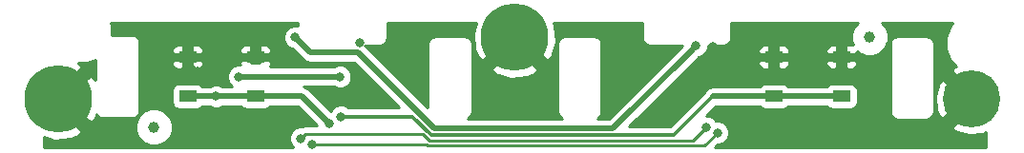
<source format=gbr>
G04 #@! TF.FileFunction,Copper,L2,Bot,Signal*
%FSLAX46Y46*%
G04 Gerber Fmt 4.6, Leading zero omitted, Abs format (unit mm)*
G04 Created by KiCad (PCBNEW no-vcs-found-undefined) date Tue Nov  8 14:46:29 2016*
%MOMM*%
%LPD*%
G01*
G04 APERTURE LIST*
%ADD10C,0.600000*%
%ADD11C,0.550000*%
%ADD12C,5.080000*%
%ADD13C,6.000000*%
%ADD14C,1.000000*%
%ADD15R,1.524000X1.000000*%
%ADD16C,0.800000*%
%ADD17C,0.304800*%
%ADD18C,0.508000*%
%ADD19C,0.228600*%
%ADD20C,0.250000*%
%ADD21C,0.254000*%
G04 APERTURE END LIST*
D10*
D11*
X94900000Y-74300000D03*
X95700000Y-74300000D03*
X106000000Y-80600000D03*
X106800000Y-80600000D03*
X96800000Y-81700000D03*
X97600000Y-81700000D03*
X128800000Y-77500000D03*
X129600000Y-77500000D03*
X128000000Y-77500000D03*
D12*
X158000000Y-80000000D03*
D11*
X151250000Y-83000000D03*
X152250000Y-83000000D03*
D13*
X117500000Y-74500000D03*
X77000000Y-80000000D03*
D14*
X149000000Y-74500000D03*
X85500000Y-82500000D03*
D15*
X88500000Y-79750000D03*
X88500000Y-76250000D03*
X94500000Y-76250000D03*
X94500000Y-79750000D03*
X140500000Y-79750000D03*
X140500000Y-76250000D03*
X146500000Y-76250000D03*
X146500000Y-79750000D03*
D11*
X153250000Y-83000000D03*
X127200000Y-77500000D03*
D16*
X102091528Y-81559570D03*
X102000000Y-78000000D03*
X93000000Y-78000000D03*
X135088658Y-75355116D03*
X103750000Y-75000000D03*
X89361000Y-77500000D03*
X101028655Y-82156271D03*
X91000000Y-79750000D03*
X133600000Y-75250000D03*
X98000000Y-74500000D03*
X98500000Y-83500000D03*
X134500000Y-82500000D03*
X99500000Y-84080702D03*
X135500000Y-83000000D03*
D17*
X102657213Y-81559570D02*
X102091528Y-81559570D01*
X108451976Y-81559570D02*
X102657213Y-81559570D01*
X131625534Y-83233374D02*
X110125780Y-83233374D01*
X135108908Y-79750000D02*
X131625534Y-83233374D01*
X110125780Y-83233374D02*
X108451976Y-81559570D01*
D18*
X93000000Y-78000000D02*
X102000000Y-78000000D01*
X140500000Y-79750000D02*
X135108908Y-79750000D01*
X146500000Y-79750000D02*
X145230000Y-79750000D01*
X145230000Y-79750000D02*
X140500000Y-79750000D01*
D17*
X135983542Y-76250000D02*
X135488657Y-75755115D01*
X140500000Y-76250000D02*
X135983542Y-76250000D01*
X135488657Y-75755115D02*
X135088658Y-75355116D01*
D18*
X88500000Y-76250000D02*
X94500000Y-76250000D01*
X140500000Y-76250000D02*
X141770000Y-76250000D01*
X141770000Y-76250000D02*
X146500000Y-76250000D01*
D19*
X88500000Y-76250000D02*
X88500000Y-76639000D01*
X88500000Y-76639000D02*
X89361000Y-77500000D01*
D18*
X98622384Y-79750000D02*
X100628656Y-81756272D01*
X100628656Y-81756272D02*
X101028655Y-82156271D01*
X94500000Y-79750000D02*
X98622384Y-79750000D01*
X88500000Y-79750000D02*
X94500000Y-79750000D01*
D19*
X89490600Y-79750000D02*
X91000000Y-79750000D01*
X91000000Y-79750000D02*
X94500000Y-79750000D01*
X88500000Y-79750000D02*
X89490600Y-79750000D01*
D18*
X133200001Y-75649999D02*
X133600000Y-75250000D01*
X110376964Y-82626964D02*
X126223036Y-82626964D01*
X126223036Y-82626964D02*
X133200001Y-75649999D01*
X99354001Y-75854001D02*
X103604001Y-75854001D01*
X103604001Y-75854001D02*
X110376964Y-82626964D01*
X98000000Y-74500000D02*
X99354001Y-75854001D01*
D20*
X133289216Y-83710784D02*
X109928030Y-83710784D01*
X109317247Y-83100001D02*
X98899999Y-83100001D01*
X109928030Y-83710784D02*
X109317247Y-83100001D01*
X98899999Y-83100001D02*
X98500000Y-83500000D01*
X134500000Y-82500000D02*
X133289216Y-83710784D01*
X109661538Y-84080702D02*
X100065685Y-84080702D01*
X100065685Y-84080702D02*
X99500000Y-84080702D01*
X134339207Y-84160793D02*
X109741629Y-84160793D01*
X135500000Y-83000000D02*
X134339207Y-84160793D01*
X109741629Y-84160793D02*
X109661538Y-84080702D01*
D21*
G36*
X98290000Y-73499737D02*
X98206777Y-73465180D01*
X97795029Y-73464821D01*
X97414485Y-73622058D01*
X97123081Y-73912954D01*
X96965180Y-74293223D01*
X96964821Y-74704971D01*
X97122058Y-75085515D01*
X97412954Y-75376919D01*
X97766479Y-75523715D01*
X98725383Y-76482619D01*
X99013796Y-76675331D01*
X99354001Y-76743001D01*
X103235765Y-76743001D01*
X107264934Y-80772170D01*
X102767937Y-80772170D01*
X102678574Y-80682651D01*
X102298305Y-80524750D01*
X101886557Y-80524391D01*
X101506013Y-80681628D01*
X101214609Y-80972524D01*
X101181611Y-81051991D01*
X99251002Y-79121382D01*
X98962590Y-78928671D01*
X98763150Y-78889000D01*
X101442048Y-78889000D01*
X101793223Y-79034820D01*
X102204971Y-79035179D01*
X102585515Y-78877942D01*
X102876919Y-78587046D01*
X103034820Y-78206777D01*
X103035179Y-77795029D01*
X102877942Y-77414485D01*
X102587046Y-77123081D01*
X102206777Y-76965180D01*
X101795029Y-76964821D01*
X101441248Y-77111000D01*
X95799026Y-77111000D01*
X95800327Y-77109699D01*
X95897000Y-76876310D01*
X95897000Y-76658750D01*
X95738250Y-76500000D01*
X94881000Y-76500000D01*
X94881000Y-76750000D01*
X94119000Y-76750000D01*
X94119000Y-76500000D01*
X93261750Y-76500000D01*
X93103000Y-76658750D01*
X93103000Y-76876310D01*
X93139787Y-76965122D01*
X92795029Y-76964821D01*
X92414485Y-77122058D01*
X92123081Y-77412954D01*
X91965180Y-77793223D01*
X91964821Y-78204971D01*
X92122058Y-78585515D01*
X92397063Y-78861000D01*
X91557952Y-78861000D01*
X91206777Y-78715180D01*
X90795029Y-78714821D01*
X90441248Y-78861000D01*
X89765786Y-78861000D01*
X89719809Y-78792191D01*
X89509765Y-78651843D01*
X89262000Y-78602560D01*
X87738000Y-78602560D01*
X87490235Y-78651843D01*
X87280191Y-78792191D01*
X87139843Y-79002235D01*
X87090560Y-79250000D01*
X87090560Y-80250000D01*
X87139843Y-80497765D01*
X87280191Y-80707809D01*
X87490235Y-80848157D01*
X87738000Y-80897440D01*
X89262000Y-80897440D01*
X89509765Y-80848157D01*
X89719809Y-80707809D01*
X89765786Y-80639000D01*
X90442048Y-80639000D01*
X90793223Y-80784820D01*
X91204971Y-80785179D01*
X91558752Y-80639000D01*
X93234214Y-80639000D01*
X93280191Y-80707809D01*
X93490235Y-80848157D01*
X93738000Y-80897440D01*
X95262000Y-80897440D01*
X95509765Y-80848157D01*
X95719809Y-80707809D01*
X95765786Y-80639000D01*
X98254148Y-80639000D01*
X99955149Y-82340001D01*
X98899999Y-82340001D01*
X98609160Y-82397853D01*
X98508656Y-82465007D01*
X98295029Y-82464821D01*
X97914485Y-82622058D01*
X97623081Y-82912954D01*
X97465180Y-83293223D01*
X97464821Y-83704971D01*
X97622058Y-84085515D01*
X97826187Y-84290000D01*
X75710000Y-84290000D01*
X75710000Y-83407261D01*
X76636931Y-83688387D01*
X78076052Y-83546566D01*
X78746916Y-83268685D01*
X79123373Y-82841794D01*
X79106959Y-82825379D01*
X83856716Y-82825379D01*
X84106320Y-83429469D01*
X84568100Y-83892055D01*
X85171753Y-84142714D01*
X85825379Y-84143284D01*
X86429469Y-83893680D01*
X86892055Y-83431900D01*
X87142714Y-82828247D01*
X87143284Y-82174621D01*
X86893680Y-81570531D01*
X86431900Y-81107945D01*
X85828247Y-80857286D01*
X85174621Y-80856716D01*
X84570531Y-81106320D01*
X84107945Y-81568100D01*
X83857286Y-82171753D01*
X83856716Y-82825379D01*
X79106959Y-82825379D01*
X77000000Y-80718420D01*
X76985858Y-80732563D01*
X76267438Y-80014143D01*
X76281580Y-80000000D01*
X76267438Y-79985858D01*
X76985858Y-79267437D01*
X77000000Y-79281580D01*
X79123373Y-77158206D01*
X78787041Y-76776815D01*
X79549956Y-76777481D01*
X80290000Y-76471701D01*
X80290000Y-78304543D01*
X80268685Y-78253084D01*
X79841794Y-77876627D01*
X77718420Y-80000000D01*
X79841794Y-82123373D01*
X80268685Y-81746916D01*
X80391342Y-81342489D01*
X80497954Y-81502046D01*
X80728295Y-81655954D01*
X81000000Y-81710000D01*
X83500000Y-81710000D01*
X83771705Y-81655954D01*
X84002046Y-81502046D01*
X84155954Y-81271705D01*
X84210000Y-81000000D01*
X84210000Y-76658750D01*
X87103000Y-76658750D01*
X87103000Y-76876310D01*
X87199673Y-77109699D01*
X87378302Y-77288327D01*
X87611691Y-77385000D01*
X87960250Y-77385000D01*
X88119000Y-77226250D01*
X88119000Y-76500000D01*
X88881000Y-76500000D01*
X88881000Y-77226250D01*
X89039750Y-77385000D01*
X89388309Y-77385000D01*
X89621698Y-77288327D01*
X89800327Y-77109699D01*
X89897000Y-76876310D01*
X89897000Y-76658750D01*
X89738250Y-76500000D01*
X88881000Y-76500000D01*
X88119000Y-76500000D01*
X87261750Y-76500000D01*
X87103000Y-76658750D01*
X84210000Y-76658750D01*
X84210000Y-75623690D01*
X87103000Y-75623690D01*
X87103000Y-75841250D01*
X87261750Y-76000000D01*
X88119000Y-76000000D01*
X88119000Y-75273750D01*
X88881000Y-75273750D01*
X88881000Y-76000000D01*
X89738250Y-76000000D01*
X89897000Y-75841250D01*
X89897000Y-75623690D01*
X93103000Y-75623690D01*
X93103000Y-75841250D01*
X93261750Y-76000000D01*
X94119000Y-76000000D01*
X94119000Y-75273750D01*
X94881000Y-75273750D01*
X94881000Y-76000000D01*
X95738250Y-76000000D01*
X95897000Y-75841250D01*
X95897000Y-75623690D01*
X95800327Y-75390301D01*
X95621698Y-75211673D01*
X95388309Y-75115000D01*
X95039750Y-75115000D01*
X94881000Y-75273750D01*
X94119000Y-75273750D01*
X93960250Y-75115000D01*
X93611691Y-75115000D01*
X93378302Y-75211673D01*
X93199673Y-75390301D01*
X93103000Y-75623690D01*
X89897000Y-75623690D01*
X89800327Y-75390301D01*
X89621698Y-75211673D01*
X89388309Y-75115000D01*
X89039750Y-75115000D01*
X88881000Y-75273750D01*
X88119000Y-75273750D01*
X87960250Y-75115000D01*
X87611691Y-75115000D01*
X87378302Y-75211673D01*
X87199673Y-75390301D01*
X87103000Y-75623690D01*
X84210000Y-75623690D01*
X84210000Y-75000000D01*
X84155954Y-74728295D01*
X84002046Y-74497954D01*
X83771705Y-74344046D01*
X83500000Y-74290000D01*
X81776748Y-74290000D01*
X81777481Y-73450044D01*
X81678297Y-73210000D01*
X98290000Y-73210000D01*
X98290000Y-73499737D01*
X98290000Y-73499737D01*
G37*
X98290000Y-73499737D02*
X98206777Y-73465180D01*
X97795029Y-73464821D01*
X97414485Y-73622058D01*
X97123081Y-73912954D01*
X96965180Y-74293223D01*
X96964821Y-74704971D01*
X97122058Y-75085515D01*
X97412954Y-75376919D01*
X97766479Y-75523715D01*
X98725383Y-76482619D01*
X99013796Y-76675331D01*
X99354001Y-76743001D01*
X103235765Y-76743001D01*
X107264934Y-80772170D01*
X102767937Y-80772170D01*
X102678574Y-80682651D01*
X102298305Y-80524750D01*
X101886557Y-80524391D01*
X101506013Y-80681628D01*
X101214609Y-80972524D01*
X101181611Y-81051991D01*
X99251002Y-79121382D01*
X98962590Y-78928671D01*
X98763150Y-78889000D01*
X101442048Y-78889000D01*
X101793223Y-79034820D01*
X102204971Y-79035179D01*
X102585515Y-78877942D01*
X102876919Y-78587046D01*
X103034820Y-78206777D01*
X103035179Y-77795029D01*
X102877942Y-77414485D01*
X102587046Y-77123081D01*
X102206777Y-76965180D01*
X101795029Y-76964821D01*
X101441248Y-77111000D01*
X95799026Y-77111000D01*
X95800327Y-77109699D01*
X95897000Y-76876310D01*
X95897000Y-76658750D01*
X95738250Y-76500000D01*
X94881000Y-76500000D01*
X94881000Y-76750000D01*
X94119000Y-76750000D01*
X94119000Y-76500000D01*
X93261750Y-76500000D01*
X93103000Y-76658750D01*
X93103000Y-76876310D01*
X93139787Y-76965122D01*
X92795029Y-76964821D01*
X92414485Y-77122058D01*
X92123081Y-77412954D01*
X91965180Y-77793223D01*
X91964821Y-78204971D01*
X92122058Y-78585515D01*
X92397063Y-78861000D01*
X91557952Y-78861000D01*
X91206777Y-78715180D01*
X90795029Y-78714821D01*
X90441248Y-78861000D01*
X89765786Y-78861000D01*
X89719809Y-78792191D01*
X89509765Y-78651843D01*
X89262000Y-78602560D01*
X87738000Y-78602560D01*
X87490235Y-78651843D01*
X87280191Y-78792191D01*
X87139843Y-79002235D01*
X87090560Y-79250000D01*
X87090560Y-80250000D01*
X87139843Y-80497765D01*
X87280191Y-80707809D01*
X87490235Y-80848157D01*
X87738000Y-80897440D01*
X89262000Y-80897440D01*
X89509765Y-80848157D01*
X89719809Y-80707809D01*
X89765786Y-80639000D01*
X90442048Y-80639000D01*
X90793223Y-80784820D01*
X91204971Y-80785179D01*
X91558752Y-80639000D01*
X93234214Y-80639000D01*
X93280191Y-80707809D01*
X93490235Y-80848157D01*
X93738000Y-80897440D01*
X95262000Y-80897440D01*
X95509765Y-80848157D01*
X95719809Y-80707809D01*
X95765786Y-80639000D01*
X98254148Y-80639000D01*
X99955149Y-82340001D01*
X98899999Y-82340001D01*
X98609160Y-82397853D01*
X98508656Y-82465007D01*
X98295029Y-82464821D01*
X97914485Y-82622058D01*
X97623081Y-82912954D01*
X97465180Y-83293223D01*
X97464821Y-83704971D01*
X97622058Y-84085515D01*
X97826187Y-84290000D01*
X75710000Y-84290000D01*
X75710000Y-83407261D01*
X76636931Y-83688387D01*
X78076052Y-83546566D01*
X78746916Y-83268685D01*
X79123373Y-82841794D01*
X79106959Y-82825379D01*
X83856716Y-82825379D01*
X84106320Y-83429469D01*
X84568100Y-83892055D01*
X85171753Y-84142714D01*
X85825379Y-84143284D01*
X86429469Y-83893680D01*
X86892055Y-83431900D01*
X87142714Y-82828247D01*
X87143284Y-82174621D01*
X86893680Y-81570531D01*
X86431900Y-81107945D01*
X85828247Y-80857286D01*
X85174621Y-80856716D01*
X84570531Y-81106320D01*
X84107945Y-81568100D01*
X83857286Y-82171753D01*
X83856716Y-82825379D01*
X79106959Y-82825379D01*
X77000000Y-80718420D01*
X76985858Y-80732563D01*
X76267438Y-80014143D01*
X76281580Y-80000000D01*
X76267438Y-79985858D01*
X76985858Y-79267437D01*
X77000000Y-79281580D01*
X79123373Y-77158206D01*
X78787041Y-76776815D01*
X79549956Y-76777481D01*
X80290000Y-76471701D01*
X80290000Y-78304543D01*
X80268685Y-78253084D01*
X79841794Y-77876627D01*
X77718420Y-80000000D01*
X79841794Y-82123373D01*
X80268685Y-81746916D01*
X80391342Y-81342489D01*
X80497954Y-81502046D01*
X80728295Y-81655954D01*
X81000000Y-81710000D01*
X83500000Y-81710000D01*
X83771705Y-81655954D01*
X84002046Y-81502046D01*
X84155954Y-81271705D01*
X84210000Y-81000000D01*
X84210000Y-76658750D01*
X87103000Y-76658750D01*
X87103000Y-76876310D01*
X87199673Y-77109699D01*
X87378302Y-77288327D01*
X87611691Y-77385000D01*
X87960250Y-77385000D01*
X88119000Y-77226250D01*
X88119000Y-76500000D01*
X88881000Y-76500000D01*
X88881000Y-77226250D01*
X89039750Y-77385000D01*
X89388309Y-77385000D01*
X89621698Y-77288327D01*
X89800327Y-77109699D01*
X89897000Y-76876310D01*
X89897000Y-76658750D01*
X89738250Y-76500000D01*
X88881000Y-76500000D01*
X88119000Y-76500000D01*
X87261750Y-76500000D01*
X87103000Y-76658750D01*
X84210000Y-76658750D01*
X84210000Y-75623690D01*
X87103000Y-75623690D01*
X87103000Y-75841250D01*
X87261750Y-76000000D01*
X88119000Y-76000000D01*
X88119000Y-75273750D01*
X88881000Y-75273750D01*
X88881000Y-76000000D01*
X89738250Y-76000000D01*
X89897000Y-75841250D01*
X89897000Y-75623690D01*
X93103000Y-75623690D01*
X93103000Y-75841250D01*
X93261750Y-76000000D01*
X94119000Y-76000000D01*
X94119000Y-75273750D01*
X94881000Y-75273750D01*
X94881000Y-76000000D01*
X95738250Y-76000000D01*
X95897000Y-75841250D01*
X95897000Y-75623690D01*
X95800327Y-75390301D01*
X95621698Y-75211673D01*
X95388309Y-75115000D01*
X95039750Y-75115000D01*
X94881000Y-75273750D01*
X94119000Y-75273750D01*
X93960250Y-75115000D01*
X93611691Y-75115000D01*
X93378302Y-75211673D01*
X93199673Y-75390301D01*
X93103000Y-75623690D01*
X89897000Y-75623690D01*
X89800327Y-75390301D01*
X89621698Y-75211673D01*
X89388309Y-75115000D01*
X89039750Y-75115000D01*
X88881000Y-75273750D01*
X88119000Y-75273750D01*
X87960250Y-75115000D01*
X87611691Y-75115000D01*
X87378302Y-75211673D01*
X87199673Y-75390301D01*
X87103000Y-75623690D01*
X84210000Y-75623690D01*
X84210000Y-75000000D01*
X84155954Y-74728295D01*
X84002046Y-74497954D01*
X83771705Y-74344046D01*
X83500000Y-74290000D01*
X81776748Y-74290000D01*
X81777481Y-73450044D01*
X81678297Y-73210000D01*
X98290000Y-73210000D01*
X98290000Y-73499737D01*
G36*
X147607945Y-73568100D02*
X147357286Y-74171753D01*
X147356716Y-74825379D01*
X147494571Y-75159015D01*
X147388309Y-75115000D01*
X147039750Y-75115000D01*
X146881000Y-75273750D01*
X146881000Y-76000000D01*
X147738250Y-76000000D01*
X147897000Y-75841250D01*
X147897000Y-75720656D01*
X148068100Y-75892055D01*
X148671753Y-76142714D01*
X149325379Y-76143284D01*
X149929469Y-75893680D01*
X150392055Y-75431900D01*
X150529872Y-75100000D01*
X150790000Y-75100000D01*
X150790000Y-81100000D01*
X150844046Y-81371705D01*
X150997954Y-81602046D01*
X151228295Y-81755954D01*
X151500000Y-81810000D01*
X154000000Y-81810000D01*
X154271705Y-81755954D01*
X154502046Y-81602046D01*
X154655954Y-81371705D01*
X154710000Y-81100000D01*
X154710000Y-79747617D01*
X154772652Y-79747617D01*
X154921736Y-81001881D01*
X155114902Y-81468224D01*
X155493838Y-81787741D01*
X157281580Y-80000000D01*
X155493838Y-78212259D01*
X155114902Y-78531776D01*
X154772652Y-79747617D01*
X154710000Y-79747617D01*
X154710000Y-75100000D01*
X154655954Y-74828295D01*
X154502046Y-74597954D01*
X154271705Y-74444046D01*
X154000000Y-74390000D01*
X151500000Y-74390000D01*
X151228295Y-74444046D01*
X150997954Y-74597954D01*
X150844046Y-74828295D01*
X150790000Y-75100000D01*
X150529872Y-75100000D01*
X150642714Y-74828247D01*
X150643284Y-74174621D01*
X150393680Y-73570531D01*
X150033777Y-73210000D01*
X156362424Y-73210000D01*
X156147146Y-73424902D01*
X155723483Y-74445197D01*
X155722519Y-75549956D01*
X156144401Y-76570989D01*
X156641850Y-77069308D01*
X156531776Y-77114902D01*
X156212259Y-77493838D01*
X158000000Y-79281580D01*
X158014142Y-79267437D01*
X158732563Y-79985858D01*
X158718420Y-80000000D01*
X158732563Y-80014143D01*
X158014142Y-80732563D01*
X158000000Y-80718420D01*
X156212259Y-82506162D01*
X156531776Y-82885098D01*
X157747617Y-83227348D01*
X159001881Y-83078264D01*
X159290000Y-82958921D01*
X159290000Y-84290000D01*
X135284802Y-84290000D01*
X135539767Y-84035035D01*
X135704971Y-84035179D01*
X136085515Y-83877942D01*
X136376919Y-83587046D01*
X136534820Y-83206777D01*
X136535179Y-82795029D01*
X136377942Y-82414485D01*
X136087046Y-82123081D01*
X135706777Y-81965180D01*
X135398778Y-81964911D01*
X135377942Y-81914485D01*
X135087046Y-81623081D01*
X134706777Y-81465180D01*
X134507454Y-81465006D01*
X135333460Y-80639000D01*
X139234214Y-80639000D01*
X139280191Y-80707809D01*
X139490235Y-80848157D01*
X139738000Y-80897440D01*
X141262000Y-80897440D01*
X141509765Y-80848157D01*
X141719809Y-80707809D01*
X141765786Y-80639000D01*
X145234214Y-80639000D01*
X145280191Y-80707809D01*
X145490235Y-80848157D01*
X145738000Y-80897440D01*
X147262000Y-80897440D01*
X147509765Y-80848157D01*
X147719809Y-80707809D01*
X147860157Y-80497765D01*
X147909440Y-80250000D01*
X147909440Y-79250000D01*
X147860157Y-79002235D01*
X147719809Y-78792191D01*
X147509765Y-78651843D01*
X147262000Y-78602560D01*
X145738000Y-78602560D01*
X145490235Y-78651843D01*
X145280191Y-78792191D01*
X145234214Y-78861000D01*
X141765786Y-78861000D01*
X141719809Y-78792191D01*
X141509765Y-78651843D01*
X141262000Y-78602560D01*
X139738000Y-78602560D01*
X139490235Y-78651843D01*
X139280191Y-78792191D01*
X139234214Y-78861000D01*
X135108908Y-78861000D01*
X134768702Y-78928671D01*
X134480290Y-79121382D01*
X134287579Y-79409794D01*
X134275665Y-79469691D01*
X131299382Y-82445974D01*
X127661262Y-82445974D01*
X133448486Y-76658750D01*
X139103000Y-76658750D01*
X139103000Y-76876310D01*
X139199673Y-77109699D01*
X139378302Y-77288327D01*
X139611691Y-77385000D01*
X139960250Y-77385000D01*
X140119000Y-77226250D01*
X140119000Y-76500000D01*
X140881000Y-76500000D01*
X140881000Y-77226250D01*
X141039750Y-77385000D01*
X141388309Y-77385000D01*
X141621698Y-77288327D01*
X141800327Y-77109699D01*
X141897000Y-76876310D01*
X141897000Y-76658750D01*
X145103000Y-76658750D01*
X145103000Y-76876310D01*
X145199673Y-77109699D01*
X145378302Y-77288327D01*
X145611691Y-77385000D01*
X145960250Y-77385000D01*
X146119000Y-77226250D01*
X146119000Y-76500000D01*
X146881000Y-76500000D01*
X146881000Y-77226250D01*
X147039750Y-77385000D01*
X147388309Y-77385000D01*
X147621698Y-77288327D01*
X147800327Y-77109699D01*
X147897000Y-76876310D01*
X147897000Y-76658750D01*
X147738250Y-76500000D01*
X146881000Y-76500000D01*
X146119000Y-76500000D01*
X145261750Y-76500000D01*
X145103000Y-76658750D01*
X141897000Y-76658750D01*
X141738250Y-76500000D01*
X140881000Y-76500000D01*
X140119000Y-76500000D01*
X139261750Y-76500000D01*
X139103000Y-76658750D01*
X133448486Y-76658750D01*
X133834088Y-76273148D01*
X134185515Y-76127942D01*
X134476919Y-75837046D01*
X134565511Y-75623690D01*
X139103000Y-75623690D01*
X139103000Y-75841250D01*
X139261750Y-76000000D01*
X140119000Y-76000000D01*
X140119000Y-75273750D01*
X140881000Y-75273750D01*
X140881000Y-76000000D01*
X141738250Y-76000000D01*
X141897000Y-75841250D01*
X141897000Y-75623690D01*
X145103000Y-75623690D01*
X145103000Y-75841250D01*
X145261750Y-76000000D01*
X146119000Y-76000000D01*
X146119000Y-75273750D01*
X145960250Y-75115000D01*
X145611691Y-75115000D01*
X145378302Y-75211673D01*
X145199673Y-75390301D01*
X145103000Y-75623690D01*
X141897000Y-75623690D01*
X141800327Y-75390301D01*
X141621698Y-75211673D01*
X141388309Y-75115000D01*
X141039750Y-75115000D01*
X140881000Y-75273750D01*
X140119000Y-75273750D01*
X139960250Y-75115000D01*
X139611691Y-75115000D01*
X139378302Y-75211673D01*
X139199673Y-75390301D01*
X139103000Y-75623690D01*
X134565511Y-75623690D01*
X134634820Y-75456777D01*
X134635035Y-75210000D01*
X136000000Y-75210000D01*
X136271705Y-75155954D01*
X136502046Y-75002046D01*
X136655954Y-74771705D01*
X136710000Y-74500000D01*
X136710000Y-73210000D01*
X147966670Y-73210000D01*
X147607945Y-73568100D01*
X147607945Y-73568100D01*
G37*
X147607945Y-73568100D02*
X147357286Y-74171753D01*
X147356716Y-74825379D01*
X147494571Y-75159015D01*
X147388309Y-75115000D01*
X147039750Y-75115000D01*
X146881000Y-75273750D01*
X146881000Y-76000000D01*
X147738250Y-76000000D01*
X147897000Y-75841250D01*
X147897000Y-75720656D01*
X148068100Y-75892055D01*
X148671753Y-76142714D01*
X149325379Y-76143284D01*
X149929469Y-75893680D01*
X150392055Y-75431900D01*
X150529872Y-75100000D01*
X150790000Y-75100000D01*
X150790000Y-81100000D01*
X150844046Y-81371705D01*
X150997954Y-81602046D01*
X151228295Y-81755954D01*
X151500000Y-81810000D01*
X154000000Y-81810000D01*
X154271705Y-81755954D01*
X154502046Y-81602046D01*
X154655954Y-81371705D01*
X154710000Y-81100000D01*
X154710000Y-79747617D01*
X154772652Y-79747617D01*
X154921736Y-81001881D01*
X155114902Y-81468224D01*
X155493838Y-81787741D01*
X157281580Y-80000000D01*
X155493838Y-78212259D01*
X155114902Y-78531776D01*
X154772652Y-79747617D01*
X154710000Y-79747617D01*
X154710000Y-75100000D01*
X154655954Y-74828295D01*
X154502046Y-74597954D01*
X154271705Y-74444046D01*
X154000000Y-74390000D01*
X151500000Y-74390000D01*
X151228295Y-74444046D01*
X150997954Y-74597954D01*
X150844046Y-74828295D01*
X150790000Y-75100000D01*
X150529872Y-75100000D01*
X150642714Y-74828247D01*
X150643284Y-74174621D01*
X150393680Y-73570531D01*
X150033777Y-73210000D01*
X156362424Y-73210000D01*
X156147146Y-73424902D01*
X155723483Y-74445197D01*
X155722519Y-75549956D01*
X156144401Y-76570989D01*
X156641850Y-77069308D01*
X156531776Y-77114902D01*
X156212259Y-77493838D01*
X158000000Y-79281580D01*
X158014142Y-79267437D01*
X158732563Y-79985858D01*
X158718420Y-80000000D01*
X158732563Y-80014143D01*
X158014142Y-80732563D01*
X158000000Y-80718420D01*
X156212259Y-82506162D01*
X156531776Y-82885098D01*
X157747617Y-83227348D01*
X159001881Y-83078264D01*
X159290000Y-82958921D01*
X159290000Y-84290000D01*
X135284802Y-84290000D01*
X135539767Y-84035035D01*
X135704971Y-84035179D01*
X136085515Y-83877942D01*
X136376919Y-83587046D01*
X136534820Y-83206777D01*
X136535179Y-82795029D01*
X136377942Y-82414485D01*
X136087046Y-82123081D01*
X135706777Y-81965180D01*
X135398778Y-81964911D01*
X135377942Y-81914485D01*
X135087046Y-81623081D01*
X134706777Y-81465180D01*
X134507454Y-81465006D01*
X135333460Y-80639000D01*
X139234214Y-80639000D01*
X139280191Y-80707809D01*
X139490235Y-80848157D01*
X139738000Y-80897440D01*
X141262000Y-80897440D01*
X141509765Y-80848157D01*
X141719809Y-80707809D01*
X141765786Y-80639000D01*
X145234214Y-80639000D01*
X145280191Y-80707809D01*
X145490235Y-80848157D01*
X145738000Y-80897440D01*
X147262000Y-80897440D01*
X147509765Y-80848157D01*
X147719809Y-80707809D01*
X147860157Y-80497765D01*
X147909440Y-80250000D01*
X147909440Y-79250000D01*
X147860157Y-79002235D01*
X147719809Y-78792191D01*
X147509765Y-78651843D01*
X147262000Y-78602560D01*
X145738000Y-78602560D01*
X145490235Y-78651843D01*
X145280191Y-78792191D01*
X145234214Y-78861000D01*
X141765786Y-78861000D01*
X141719809Y-78792191D01*
X141509765Y-78651843D01*
X141262000Y-78602560D01*
X139738000Y-78602560D01*
X139490235Y-78651843D01*
X139280191Y-78792191D01*
X139234214Y-78861000D01*
X135108908Y-78861000D01*
X134768702Y-78928671D01*
X134480290Y-79121382D01*
X134287579Y-79409794D01*
X134275665Y-79469691D01*
X131299382Y-82445974D01*
X127661262Y-82445974D01*
X133448486Y-76658750D01*
X139103000Y-76658750D01*
X139103000Y-76876310D01*
X139199673Y-77109699D01*
X139378302Y-77288327D01*
X139611691Y-77385000D01*
X139960250Y-77385000D01*
X140119000Y-77226250D01*
X140119000Y-76500000D01*
X140881000Y-76500000D01*
X140881000Y-77226250D01*
X141039750Y-77385000D01*
X141388309Y-77385000D01*
X141621698Y-77288327D01*
X141800327Y-77109699D01*
X141897000Y-76876310D01*
X141897000Y-76658750D01*
X145103000Y-76658750D01*
X145103000Y-76876310D01*
X145199673Y-77109699D01*
X145378302Y-77288327D01*
X145611691Y-77385000D01*
X145960250Y-77385000D01*
X146119000Y-77226250D01*
X146119000Y-76500000D01*
X146881000Y-76500000D01*
X146881000Y-77226250D01*
X147039750Y-77385000D01*
X147388309Y-77385000D01*
X147621698Y-77288327D01*
X147800327Y-77109699D01*
X147897000Y-76876310D01*
X147897000Y-76658750D01*
X147738250Y-76500000D01*
X146881000Y-76500000D01*
X146119000Y-76500000D01*
X145261750Y-76500000D01*
X145103000Y-76658750D01*
X141897000Y-76658750D01*
X141738250Y-76500000D01*
X140881000Y-76500000D01*
X140119000Y-76500000D01*
X139261750Y-76500000D01*
X139103000Y-76658750D01*
X133448486Y-76658750D01*
X133834088Y-76273148D01*
X134185515Y-76127942D01*
X134476919Y-75837046D01*
X134565511Y-75623690D01*
X139103000Y-75623690D01*
X139103000Y-75841250D01*
X139261750Y-76000000D01*
X140119000Y-76000000D01*
X140119000Y-75273750D01*
X140881000Y-75273750D01*
X140881000Y-76000000D01*
X141738250Y-76000000D01*
X141897000Y-75841250D01*
X141897000Y-75623690D01*
X145103000Y-75623690D01*
X145103000Y-75841250D01*
X145261750Y-76000000D01*
X146119000Y-76000000D01*
X146119000Y-75273750D01*
X145960250Y-75115000D01*
X145611691Y-75115000D01*
X145378302Y-75211673D01*
X145199673Y-75390301D01*
X145103000Y-75623690D01*
X141897000Y-75623690D01*
X141800327Y-75390301D01*
X141621698Y-75211673D01*
X141388309Y-75115000D01*
X141039750Y-75115000D01*
X140881000Y-75273750D01*
X140119000Y-75273750D01*
X139960250Y-75115000D01*
X139611691Y-75115000D01*
X139378302Y-75211673D01*
X139199673Y-75390301D01*
X139103000Y-75623690D01*
X134565511Y-75623690D01*
X134634820Y-75456777D01*
X134635035Y-75210000D01*
X136000000Y-75210000D01*
X136271705Y-75155954D01*
X136502046Y-75002046D01*
X136655954Y-74771705D01*
X136710000Y-74500000D01*
X136710000Y-73210000D01*
X147966670Y-73210000D01*
X147607945Y-73568100D01*
G36*
X113811613Y-74136931D02*
X113953434Y-75576052D01*
X114231315Y-76246916D01*
X114658206Y-76623373D01*
X116781580Y-74500000D01*
X116767437Y-74485858D01*
X117485858Y-73767438D01*
X117500000Y-73781580D01*
X117514143Y-73767438D01*
X118232563Y-74485858D01*
X118218420Y-74500000D01*
X120341794Y-76623373D01*
X120768685Y-76246916D01*
X121188387Y-74863069D01*
X121046566Y-73423948D01*
X120957946Y-73210000D01*
X128790000Y-73210000D01*
X128790000Y-74500000D01*
X128844046Y-74771705D01*
X128997954Y-75002046D01*
X129228295Y-75155954D01*
X129500000Y-75210000D01*
X132382764Y-75210000D01*
X125854800Y-81737964D01*
X124798629Y-81737964D01*
X125002046Y-81602046D01*
X125155954Y-81371705D01*
X125210000Y-81100000D01*
X125210000Y-75100000D01*
X125155954Y-74828295D01*
X125002046Y-74597954D01*
X124771705Y-74444046D01*
X124500000Y-74390000D01*
X122000000Y-74390000D01*
X121728295Y-74444046D01*
X121497954Y-74597954D01*
X121344046Y-74828295D01*
X121290000Y-75100000D01*
X121290000Y-81100000D01*
X121344046Y-81371705D01*
X121497954Y-81602046D01*
X121701371Y-81737964D01*
X113298629Y-81737964D01*
X113502046Y-81602046D01*
X113655954Y-81371705D01*
X113710000Y-81100000D01*
X113710000Y-77341794D01*
X115376627Y-77341794D01*
X115753084Y-77768685D01*
X117136931Y-78188387D01*
X118576052Y-78046566D01*
X119246916Y-77768685D01*
X119623373Y-77341794D01*
X117500000Y-75218420D01*
X115376627Y-77341794D01*
X113710000Y-77341794D01*
X113710000Y-75100000D01*
X113655954Y-74828295D01*
X113502046Y-74597954D01*
X113271705Y-74444046D01*
X113000000Y-74390000D01*
X110500000Y-74390000D01*
X110228295Y-74444046D01*
X109997954Y-74597954D01*
X109844046Y-74828295D01*
X109790000Y-75100000D01*
X109790000Y-80782764D01*
X104232619Y-75225383D01*
X104222198Y-75218420D01*
X104209597Y-75210000D01*
X105500000Y-75210000D01*
X105771705Y-75155954D01*
X106002046Y-75002046D01*
X106155954Y-74771705D01*
X106210000Y-74500000D01*
X106210000Y-73210000D01*
X114092739Y-73210000D01*
X113811613Y-74136931D01*
X113811613Y-74136931D01*
G37*
X113811613Y-74136931D02*
X113953434Y-75576052D01*
X114231315Y-76246916D01*
X114658206Y-76623373D01*
X116781580Y-74500000D01*
X116767437Y-74485858D01*
X117485858Y-73767438D01*
X117500000Y-73781580D01*
X117514143Y-73767438D01*
X118232563Y-74485858D01*
X118218420Y-74500000D01*
X120341794Y-76623373D01*
X120768685Y-76246916D01*
X121188387Y-74863069D01*
X121046566Y-73423948D01*
X120957946Y-73210000D01*
X128790000Y-73210000D01*
X128790000Y-74500000D01*
X128844046Y-74771705D01*
X128997954Y-75002046D01*
X129228295Y-75155954D01*
X129500000Y-75210000D01*
X132382764Y-75210000D01*
X125854800Y-81737964D01*
X124798629Y-81737964D01*
X125002046Y-81602046D01*
X125155954Y-81371705D01*
X125210000Y-81100000D01*
X125210000Y-75100000D01*
X125155954Y-74828295D01*
X125002046Y-74597954D01*
X124771705Y-74444046D01*
X124500000Y-74390000D01*
X122000000Y-74390000D01*
X121728295Y-74444046D01*
X121497954Y-74597954D01*
X121344046Y-74828295D01*
X121290000Y-75100000D01*
X121290000Y-81100000D01*
X121344046Y-81371705D01*
X121497954Y-81602046D01*
X121701371Y-81737964D01*
X113298629Y-81737964D01*
X113502046Y-81602046D01*
X113655954Y-81371705D01*
X113710000Y-81100000D01*
X113710000Y-77341794D01*
X115376627Y-77341794D01*
X115753084Y-77768685D01*
X117136931Y-78188387D01*
X118576052Y-78046566D01*
X119246916Y-77768685D01*
X119623373Y-77341794D01*
X117500000Y-75218420D01*
X115376627Y-77341794D01*
X113710000Y-77341794D01*
X113710000Y-75100000D01*
X113655954Y-74828295D01*
X113502046Y-74597954D01*
X113271705Y-74444046D01*
X113000000Y-74390000D01*
X110500000Y-74390000D01*
X110228295Y-74444046D01*
X109997954Y-74597954D01*
X109844046Y-74828295D01*
X109790000Y-75100000D01*
X109790000Y-80782764D01*
X104232619Y-75225383D01*
X104222198Y-75218420D01*
X104209597Y-75210000D01*
X105500000Y-75210000D01*
X105771705Y-75155954D01*
X106002046Y-75002046D01*
X106155954Y-74771705D01*
X106210000Y-74500000D01*
X106210000Y-73210000D01*
X114092739Y-73210000D01*
X113811613Y-74136931D01*
M02*

</source>
